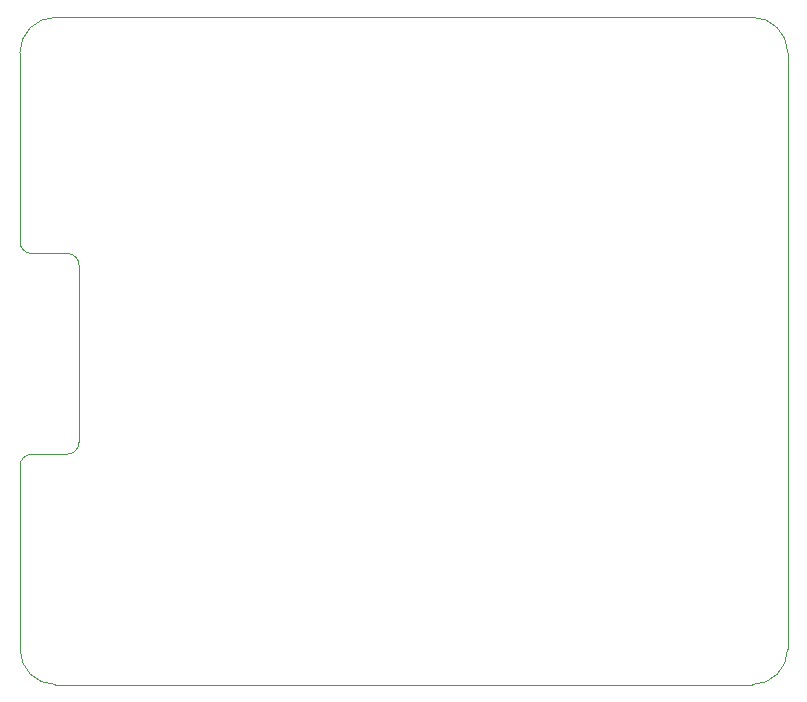
<source format=gbr>
G04 #@! TF.GenerationSoftware,KiCad,Pcbnew,(5.1.5)-3*
G04 #@! TF.CreationDate,2020-11-16T12:55:27+01:00*
G04 #@! TF.ProjectId,bus_raspi,6275735f-7261-4737-9069-2e6b69636164,rev?*
G04 #@! TF.SameCoordinates,Original*
G04 #@! TF.FileFunction,Profile,NP*
%FSLAX46Y46*%
G04 Gerber Fmt 4.6, Leading zero omitted, Abs format (unit mm)*
G04 Created by KiCad (PCBNEW (5.1.5)-3) date 2020-11-16 12:55:27*
%MOMM*%
%LPD*%
G04 APERTURE LIST*
%ADD10C,0.050000*%
%ADD11C,0.120000*%
G04 APERTURE END LIST*
D10*
X3000000Y-56500000D02*
X62000000Y-56500000D01*
D11*
X65000000Y-53500000D02*
G75*
G02X62000000Y-56500000I-3000000J0D01*
G01*
D10*
X65000000Y-53500000D02*
X65000000Y-3000000D01*
D11*
X3000000Y-56500000D02*
G75*
G02X0Y-53500000I0J3000000D01*
G01*
X62000000Y0D02*
G75*
G02X65000000Y-3000000I0J-3000000D01*
G01*
X0Y-3000000D02*
G75*
G02X3000000Y0I3000000J0D01*
G01*
D10*
X62000000Y0D02*
X3000000Y0D01*
X0Y-18500000D02*
X0Y-19000000D01*
X4000000Y-20000000D02*
X1000000Y-20000000D01*
X5000000Y-36000000D02*
G75*
G02X4000000Y-37000000I-1000000J0D01*
G01*
X0Y-3000000D02*
X0Y-18500000D01*
X1000000Y-37000000D02*
X4000000Y-37000000D01*
X0Y-38000000D02*
G75*
G02X1000000Y-37000000I1000000J0D01*
G01*
X1000000Y-20000000D02*
G75*
G02X0Y-19000000I0J1000000D01*
G01*
X5000000Y-36000000D02*
X5000000Y-21000000D01*
X0Y-53500000D02*
X0Y-38000000D01*
X4000000Y-20000000D02*
G75*
G02X5000000Y-21000000I0J-1000000D01*
G01*
M02*

</source>
